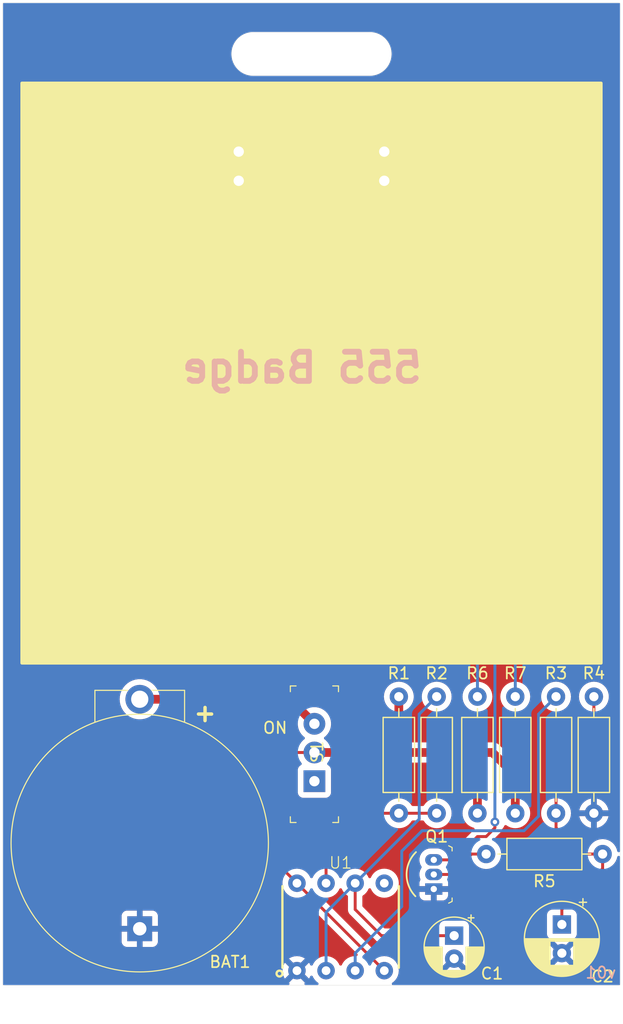
<source format=kicad_pcb>
(kicad_pcb (version 20221018) (generator pcbnew)
  (title_block (title "555 Badge") (date "2023-03-03") (rev "v01"))
  (layers (0 "F.Cu" signal) (31 "B.Cu" signal) (34 "B.Paste" user) (35 "F.Paste" user) (36 "B.SilkS" user "B.Silkscreen") (37 "F.SilkS" user "F.Silkscreen") (38 "B.Mask" user) (39 "F.Mask" user) (44 "Edge.Cuts" user))
  (net 0 "")
  (net 1 "GND")
  (net 2 "Net-(BAT1-PadPos)")
  (net 3 "Net-(U1-THRESH)")
  (net 4 "Net-(C2-Pad1)")
  (net 5 "Net-(D1-K)")
  (net 6 "Net-(D1-A)")
  (net 7 "Net-(D2-A)")
  (net 8 "Net-(Q1-B)")
  (net 9 "VCC")
  (net 10 "Net-(U1-DIS)")
  (net 11 "Net-(U1-OUT)")
  (footprint "LED_THT:LED_D3.0mm" (layer "F.Cu") (at 147.574 56.901 90)
    (fp_text reference "D1" (at 1.27 -2.96 90) (layer "F.SilkS"))
    (fp_text value "red")
    (fp_line (start -0.29 -1.236) (end -0.29 -1.08) (stroke (width 0.12)) (layer "F.SilkS"))
    (fp_line (start -0.29 1.08) (end -0.29 1.236) (stroke (width 0.12)) (layer "F.SilkS"))
    (fp_arc (start -0.29 -1.235516) (mid 1.366487 -1.987659) (end 2.942335 -1.078608) (stroke (width 0.12)) (layer "F.SilkS"))
    (fp_arc (start 0.229039 -1.08) (mid 1.270117 -1.5) (end 2.31113 -1.079837) (stroke (width 0.12)) (layer "F.SilkS"))
    (fp_arc (start 2.31113 1.079837) (mid 1.270117 1.5) (end 0.229039 1.08) (stroke (width 0.12)) (layer "F.SilkS"))
    (fp_arc (start 2.942335 1.078608) (mid 1.366487 1.987659) (end -0.29 1.235516) (stroke (width 0.12)) (layer "F.SilkS"))
    (pad "1" thru_hole rect (at 0 0 90) (size 1.8 1.8) (drill 0.9) (layers "*.Cu" "*.Mask") (net 5 "Net-(D1-K)"))
    (pad "2" thru_hole circle (at 2.54 0 90) (size 1.8 1.8) (drill 0.9) (layers "*.Cu" "*.Mask") (net 6 "Net-(D1-A)"))
  )
  (footprint "Resistor_THT:R_Axial_DIN0207_L6.3mm_D2.5mm_P10.16mm_Horizontal" (layer "F.Cu") (at 179.324 115.57 180)
    (fp_text reference "R5" (at 5.08 -2.37) (layer "F.SilkS"))
    (fp_text value "10k")
    (fp_line (start 1.04 0) (end 1.81 0) (stroke (width 0.12)) (layer "F.SilkS"))
    (fp_line (start 1.81 -1.37) (end 1.81 1.37) (stroke (width 0.12)) (layer "F.SilkS"))
    (fp_line (start 1.81 1.37) (end 8.35 1.37) (stroke (width 0.12)) (layer "F.SilkS"))
    (fp_line (start 8.35 -1.37) (end 1.81 -1.37) (stroke (width 0.12)) (layer "F.SilkS"))
    (fp_line (start 8.35 1.37) (end 8.35 -1.37) (stroke (width 0.12)) (layer "F.SilkS"))
    (fp_line (start 9.12 0) (end 8.35 0) (stroke (width 0.12)) (layer "F.SilkS"))
    (pad "1" thru_hole circle (at 0 0 180) (size 1.6 1.6) (drill 0.8) (layers "*.Cu" "*.Mask") (net 4 "Net-(C2-Pad1)"))
    (pad "2" thru_hole oval (at 10.16 0 180) (size 1.6 1.6) (drill 0.8) (layers "*.Cu" "*.Mask") (net 8 "Net-(Q1-B)"))
  )
  (footprint "Capacitor_THT:CP_Radial_D6.3mm_P2.50mm" (layer "F.Cu") (at 175.768 121.706 -90)
    (fp_text reference "C2" (at 4.532 -3.556 -180) (layer "F.SilkS"))
    (fp_text value "10uF")
    (fp_line (start -2.250241 -1.839) (end -1.620241 -1.839) (stroke (width 0.12)) (layer "F.SilkS"))
    (fp_line (start -1.935241 -2.154) (end -1.935241 -1.524) (stroke (width 0.12)) (layer "F.SilkS"))
    (fp_line (start 1.25 -3.23) (end 1.25 3.23) (stroke (width 0.12)) (layer "F.SilkS"))
    (fp_line (start 1.29 -3.23) (end 1.29 3.23) (stroke (width 0.12)) (layer "F.SilkS"))
    (fp_line (start 1.33 -3.23) (end 1.33 3.23) (stroke (width 0.12)) (layer "F.SilkS"))
    (fp_line (start 1.37 -3.228) (end 1.37 3.228) (stroke (width 0.12)) (layer "F.SilkS"))
    (fp_line (start 1.41 -3.227) (end 1.41 3.227) (stroke (width 0.12)) (layer "F.SilkS"))
    (fp_line (start 1.45 -3.224) (end 1.45 3.224) (stroke (width 0.12)) (layer "F.SilkS"))
    (fp_line (start 1.49 -3.222) (end 1.49 -1.04) (stroke (width 0.12)) (layer "F.SilkS"))
    (fp_line (start 1.49 1.04) (end 1.49 3.222) (stroke (width 0.12)) (layer "F.SilkS"))
    (fp_line (start 1.53 -3.218) (end 1.53 -1.04) (stroke (width 0.12)) (layer "F.SilkS"))
    (fp_line (start 1.53 1.04) (end 1.53 3.218) (stroke (width 0.12)) (layer "F.SilkS"))
    (fp_line (start 1.57 -3.215) (end 1.57 -1.04) (stroke (width 0.12)) (layer "F.SilkS"))
    (fp_line (start 1.57 1.04) (end 1.57 3.215) (stroke (width 0.12)) (layer "F.SilkS"))
    (fp_line (start 1.61 -3.211) (end 1.61 -1.04) (stroke (width 0.12)) (layer "F.SilkS"))
    (fp_line (start 1.61 1.04) (end 1.61 3.211) (stroke (width 0.12)) (layer "F.SilkS"))
    (fp_line (start 1.65 -3.206) (end 1.65 -1.04) (stroke (width 0.12)) (layer "F.SilkS"))
    (fp_line (start 1.65 1.04) (end 1.65 3.206) (stroke (width 0.12)) (layer "F.SilkS"))
    (fp_line (start 1.69 -3.201) (end 1.69 -1.04) (stroke (width 0.12)) (layer "F.SilkS"))
    (fp_line (start 1.69 1.04) (end 1.69 3.201) (stroke (width 0.12)) (layer "F.SilkS"))
    (fp_line (start 1.73 -3.195) (end 1.73 -1.04) (stroke (width 0.12)) (layer "F.SilkS"))
    (fp_line (start 1.73 1.04) (end 1.73 3.195) (stroke (width 0.12)) (layer "F.SilkS"))
    (fp_line (start 1.77 -3.189) (end 1.77 -1.04) (stroke (width 0.12)) (layer "F.SilkS"))
    (fp_line (start 1.77 1.04) (end 1.77 3.189) (stroke (width 0.12)) (layer "F.SilkS"))
    (fp_line (start 1.81 -3.182) (end 1.81 -1.04) (stroke (width 0.12)) (layer "F.SilkS"))
    (fp_line (start 1.81 1.04) (end 1.81 3.182) (stroke (width 0.12)) (layer "F.SilkS"))
    (fp_line (start 1.85 -3.175) (end 1.85 -1.04) (stroke (width 0.12)) (layer "F.SilkS"))
    (fp_line (start 1.85 1.04) (end 1.85 3.175) (stroke (width 0.12)) (layer "F.SilkS"))
    (fp_line (start 1.89 -3.167) (end 1.89 -1.04) (stroke (width 0.12)) (layer "F.SilkS"))
    (fp_line (start 1.89 1.04) (end 1.89 3.167) (stroke (width 0.12)) (layer "F.SilkS"))
    (fp_line (start 1.93 -3.159) (end 1.93 -1.04) (stroke (width 0.12)) (layer "F.SilkS"))
    (fp_line (start 1.93 1.04) (end 1.93 3.159) (stroke (width 0.12)) (layer "F.SilkS"))
    (fp_line (start 1.971 -3.15) (end 1.971 -1.04) (stroke (width 0.12)) (layer "F.SilkS"))
    (fp_line (start 1.971 1.04) (end 1.971 3.15) (stroke (width 0.12)) (layer "F.SilkS"))
    (fp_line (start 2.011 -3.141) (end 2.011 -1.04) (stroke (width 0.12)) (layer "F.SilkS"))
    (fp_line (start 2.011 1.04) (end 2.011 3.141) (stroke (width 0.12)) (layer "F.SilkS"))
    (fp_line (start 2.051 -3.131) (end 2.051 -1.04) (stroke (width 0.12)) (layer "F.SilkS"))
    (fp_line (start 2.051 1.04) (end 2.051 3.131) (stroke (width 0.12)) (layer "F.SilkS"))
    (fp_line (start 2.091 -3.121) (end 2.091 -1.04) (stroke (width 0.12)) (layer "F.SilkS"))
    (fp_line (start 2.091 1.04) (end 2.091 3.121) (stroke (width 0.12)) (layer "F.SilkS"))
    (fp_line (start 2.131 -3.11) (end 2.131 -1.04) (stroke (width 0.12)) (layer "F.SilkS"))
    (fp_line (start 2.131 1.04) (end 2.131 3.11) (stroke (width 0.12)) (layer "F.SilkS"))
    (fp_line (start 2.171 -3.098) (end 2.171 -1.04) (stroke (width 0.12)) (layer "F.SilkS"))
    (fp_line (start 2.171 1.04) (end 2.171 3.098) (stroke (width 0.12)) (layer "F.SilkS"))
    (fp_line (start 2.211 -3.086) (end 2.211 -1.04) (stroke (width 0.12)) (layer "F.SilkS"))
    (fp_line (start 2.211 1.04) (end 2.211 3.086) (stroke (width 0.12)) (layer "F.SilkS"))
    (fp_line (start 2.251 -3.074) (end 2.251 -1.04) (stroke (width 0.12)) (layer "F.SilkS"))
    (fp_line (start 2.251 1.04) (end 2.251 3.074) (stroke (width 0.12)) (layer "F.SilkS"))
    (fp_line (start 2.291 -3.061) (end 2.291 -1.04) (stroke (width 0.12)) (layer "F.SilkS"))
    (fp_line (start 2.291 1.04) (end 2.291 3.061) (stroke (width 0.12)) (layer "F.SilkS"))
    (fp_line (start 2.331 -3.047) (end 2.331 -1.04) (stroke (width 0.12)) (layer "F.SilkS"))
    (fp_line (start 2.331 1.04) (end 2.331 3.047) (stroke (width 0.12)) (layer "F.SilkS"))
    (fp_line (start 2.371 -3.033) (end 2.371 -1.04) (stroke (width 0.12)) (layer "F.SilkS"))
    (fp_line (start 2.371 1.04) (end 2.371 3.033) (stroke (width 0.12)) (layer "F.SilkS"))
    (fp_line (start 2.411 -3.018) (end 2.411 -1.04) (stroke (width 0.12)) (layer "F.SilkS"))
    (fp_line (start 2.411 1.04) (end 2.411 3.018) (stroke (width 0.12)) (layer "F.SilkS"))
    (fp_line (start 2.451 -3.002) (end 2.451 -1.04) (stroke (width 0.12)) (layer "F.SilkS"))
    (fp_line (start 2.451 1.04) (end 2.451 3.002) (stroke (width 0.12)) (layer "F.SilkS"))
    (fp_line (start 2.491 -2.986) (end 2.491 -1.04) (stroke (width 0.12)) (layer "F.SilkS"))
    (fp_line (start 2.491 1.04) (end 2.491 2.986) (stroke (width 0.12)) (layer "F.SilkS"))
    (fp_line (start 2.531 -2.97) (end 2.531 -1.04) (stroke (width 0.12)) (layer "F.SilkS"))
    (fp_line (start 2.531 1.04) (end 2.531 2.97) (stroke (width 0.12)) (layer "F.SilkS"))
    (fp_line (start 2.571 -2.952) (end 2.571 -1.04) (stroke (width 0.12)) (layer "F.SilkS"))
    (fp_line (start 2.571 1.04) (end 2.571 2.952) (stroke (width 0.12)) (layer "F.SilkS"))
    (fp_line (start 2.611 -2.934) (end 2.611 -1.04) (stroke (width 0.12)) (layer "F.SilkS"))
    (fp_line (start 2.611 1.04) (end 2.611 2.934) (stroke (width 0.12)) (layer "F.SilkS"))
    (fp_line (start 2.651 -2.916) (end 2.651 -1.04) (stroke (width 0.12)) (layer "F.SilkS"))
    (fp_line (start 2.651 1.04) (end 2.651 2.916) (stroke (width 0.12)) (layer "F.SilkS"))
    (fp_line (start 2.691 -2.896) (end 2.691 -1.04) (stroke (width 0.12)) (layer "F.SilkS"))
    (fp_line (start 2.691 1.04) (end 2.691 2.896) (stroke (width 0.12)) (layer "F.SilkS"))
    (fp_line (start 2.731 -2.876) (end 2.731 -1.04) (stroke (width 0.12)) (layer "F.SilkS"))
    (fp_line (start 2.731 1.04) (end 2.731 2.876) (stroke (width 0.12)) (layer "F.SilkS"))
    (fp_line (start 2.771 -2.856) (end 2.771 -1.04) (stroke (width 0.12)) (layer "F.SilkS"))
    (fp_line (start 2.771 1.04) (end 2.771 2.856) (stroke (width 0.12)) (layer "F.SilkS"))
    (fp_line (start 2.811 -2.834) (end 2.811 -1.04) (stroke (width 0.12)) (layer "F.SilkS"))
    (fp_line (start 2.811 1.04) (end 2.811 2.834) (stroke (width 0.12)) (layer "F.SilkS"))
    (fp_line (start 2.851 -2.812) (end 2.851 -1.04) (stroke (width 0.12)) (layer "F.SilkS"))
    (fp_line (start 2.851 1.04) (end 2.851 2.812) (stroke (width 0.12)) (layer "F.SilkS"))
    (fp_line (start 2.891 -2.79) (end 2.891 -1.04) (stroke (width 0.12)) (layer "F.SilkS"))
    (fp_line (start 2.891 1.04) (end 2.891 2.79) (stroke (width 0.12)) (layer "F.SilkS"))
    (fp_line (start 2.931 -2.766) (end 2.931 -1.04) (stroke (width 0.12)) (layer "F.SilkS"))
    (fp_line (start 2.931 1.04) (end 2.931 2.766) (stroke (width 0.12)) (layer "F.SilkS"))
    (fp_line (start 2.971 -2.742) (end 2.971 -1.04) (stroke (width 0.12)) (layer "F.SilkS"))
    (fp_line (start 2.971 1.04) (end 2.971 2.742) (stroke (width 0.12)) (layer "F.SilkS"))
    (fp_line (start 3.011 -2.716) (end 3.011 -1.04) (stroke (width 0.12)) (layer "F.SilkS"))
    (fp_line (start 3.011 1.04) (end 3.011 2.716) (stroke (width 0.12)) (layer "F.SilkS"))
    (fp_line (start 3.051 -2.69) (end 3.051 -1.04) (stroke (width 0.12)) (layer "F.SilkS"))
    (fp_line (start 3.051 1.04) (end 3.051 2.69) (stroke (width 0.12)) (layer "F.SilkS"))
    (fp_line (start 3.091 -2.664) (end 3.091 -1.04) (stroke (width 0.12)) (layer "F.SilkS"))
    (fp_line (start 3.091 1.04) (end 3.091 2.664) (stroke (width 0.12)) (layer "F.SilkS"))
    (fp_line (start 3.131 -2.636) (end 3.131 -1.04) (stroke (width 0.12)) (layer "F.SilkS"))
    (fp_line (start 3.131 1.04) (end 3.131 2.636) (stroke (width 0.12)) (layer "F.SilkS"))
    (fp_line (start 3.171 -2.607) (end 3.171 -1.04) (stroke (width 0.12)) (layer "F.SilkS"))
    (fp_line (start 3.171 1.04) (end 3.171 2.607) (stroke (width 0.12)) (layer "F.SilkS"))
    (fp_line (start 3.211 -2.578) (end 3.211 -1.04) (stroke (width 0.12)) (layer "F.SilkS"))
    (fp_line (start 3.211 1.04) (end 3.211 2.578) (stroke (width 0.12)) (layer "F.SilkS"))
    (fp_line (start 3.251 -2.548) (end 3.251 -1.04) (stroke (width 0.12)) (layer "F.SilkS"))
    (fp_line (start 3.251 1.04) (end 3.251 2.548) (stroke (width 0.12)) (layer "F.SilkS"))
    (fp_line (start 3.291 -2.516) (end 3.291 -1.04) (stroke (width 0.12)) (layer "F.SilkS"))
    (fp_line (start 3.291 1.04) (end 3.291 2.516) (stroke (width 0.12)) (layer "F.SilkS"))
    (fp_line (start 3.331 -2.484) (end 3.331 -1.04) (stroke (width 0.12)) (layer "F.SilkS"))
    (fp_line (start 3.331 1.04) (end 3.331 2.484) (stroke (width 0.12)) (layer "F.SilkS"))
    (fp_line (start 3.371 -2.45) (end 3.371 -1.04) (stroke (width 0.12)) (layer "F.SilkS"))
    (fp_line (start 3.371 1.04) (end 3.371 2.45) (stroke (width 0.12)) (layer "F.SilkS"))
    (fp_line (start 3.411 -2.416) (end 3.411 -1.04) (stroke (width 0.12)) (layer "F.SilkS"))
    (fp_line (start 3.411 1.04) (end 3.411 2.416) (stroke (width 0.12)) (layer "F.SilkS"))
    (fp_line (start 3.451 -2.38) (end 3.451 -1.04) (stroke (width 0.12)) (layer "F.SilkS"))
    (fp_line (start 3.451 1.04) (end 3.451 2.38) (stroke (width 0.12)) (layer "F.SilkS"))
    (fp_line (start 3.491 -2.343) (end 3.491 -1.04) (stroke (width 0.12)) (layer "F.SilkS"))
    (fp_line (start 3.491 1.04) (end 3.491 2.343) (stroke (width 0.12)) (layer "F.SilkS"))
    (fp_line (start 3.531 -2.305) (end 3.531 -1.04) (stroke (width 0.12)) (layer "F.SilkS"))
    (fp_line (start 3.531 1.04) (end 3.531 2.305) (stroke (width 0.12)) (layer "F.SilkS"))
    (fp_line (start 3.571 -2.265) (end 3.571 2.265) (stroke (width 0.12)) (layer "F.SilkS"))
    (fp_line (start 3.611 -2.224) (end 3.611 2.224) (stroke (width 0.12)) (layer "F.SilkS"))
    (fp_line (start 3.651 -2.182) (end 3.651 2.182) (stroke (width 0.12)) (layer "F.SilkS"))
    (fp_line (start 3.691 -2.137) (end 3.691 2.137) (stroke (width 0.12)) (layer "F.SilkS"))
    (fp_line (start 3.731 -2.092) (end 3.731 2.092) (stroke (width 0.12)) (layer "F.SilkS"))
    (fp_line (start 3.771 -2.044) (end 3.771 2.044) (stroke (width 0.12)) (layer "F.SilkS"))
    (fp_line (start 3.811 -1.995) (end 3.811 1.995) (stroke (width 0.12)) (layer "F.SilkS"))
    (fp_line (start 3.851 -1.944) (end 3.851 1.944) (stroke (width 0.12)) (layer "F.SilkS"))
    (fp_line (start 3.891 -1.89) (end 3.891 1.89) (stroke (width 0.12)) (layer "F.SilkS"))
    (fp_line (start 3.931 -1.834) (end 3.931 1.834) (stroke (width 0.12)) (layer "F.SilkS"))
    (fp_line (start 3.971 -1.776) (end 3.971 1.776) (stroke (width 0.12)) (layer "F.SilkS"))
    (fp_line (start 4.011 -1.714) (end 4.011 1.714) (stroke (width 0.12)) (layer "F.SilkS"))
    (fp_line (start 4.051 -1.65) (end 4.051 1.65) (stroke (width 0.12)) (layer "F.SilkS"))
    (fp_line (start 4.091 -1.581) (end 4.091 1.581) (stroke (width 0.12)) (layer "F.SilkS"))
    (fp_line (start 4.131 -1.509) (end 4.131 1.509) (stroke (width 0.12)) (layer "F.SilkS"))
    (fp_line (start 4.171 -1.432) (end 4.171 1.432) (stroke (width 0.12)) (layer "F.SilkS"))
    (fp_line (start 4.211 -1.35) (end 4.211 1.35) (stroke (width 0.12)) (layer "F.SilkS"))
    (fp_line (start 4.251 -1.262) (end 4.251 1.262) (stroke (width 0.12)) (layer "F.SilkS"))
    (fp_line (start 4.291 -1.165) (end 4.291 1.165) (stroke (width 0.12)) (layer "F.SilkS"))
    (fp_line (start 4.331 -1.059) (end 4.331 1.059) (stroke (width 0.12)) (layer "F.SilkS"))
    (fp_line (start 4.371 -0.94) (end 4.371 0.94) (stroke (width 0.12)) (layer "F.SilkS"))
    (fp_line (start 4.411 -0.802) (end 4.411 0.802) (stroke (width 0.12)) (layer "F.SilkS"))
    (fp_line (start 4.451 -0.633) (end 4.451 0.633) (stroke (width 0.12)) (layer "F.SilkS"))
    (fp_line (start 4.491 -0.402) (end 4.491 0.402) (stroke (width 0.12)) (layer "F.SilkS"))
    (fp_circle (center 1.25 0) (end 4.52 0) (stroke (width 0.12)) (fill none) (layer "F.SilkS"))
    (pad "1" thru_hole rect (at 0 0 270) (size 1.6 1.6) (drill 0.8) (layers "*.Cu" "*.Mask") (net 4 "Net-(C2-Pad1)"))
    (pad "2" thru_hole circle (at 2.5 0 270) (size 1.6 1.6) (drill 0.8) (layers "*.Cu" "*.Mask") (net 1 "GND"))
  )
  (footprint "Resistor_THT:R_Axial_DIN0207_L6.3mm_D2.5mm_P10.16mm_Horizontal" (layer "F.Cu") (at 178.562 101.854 -90)
    (fp_text reference "R4" (at -2.032 0 -180) (layer "F.SilkS"))
    (fp_text value "100k")
    (fp_line (start 1.04 0) (end 1.81 0) (stroke (width 0.12)) (layer "F.SilkS"))
    (fp_line (start 1.81 -1.37) (end 1.81 1.37) (stroke (width 0.12)) (layer "F.SilkS"))
    (fp_line (start 1.81 1.37) (end 8.35 1.37) (stroke (width 0.12)) (layer "F.SilkS"))
    (fp_line (start 8.35 -1.37) (end 1.81 -1.37) (stroke (width 0.12)) (layer "F.SilkS"))
    (fp_line (start 8.35 1.37) (end 8.35 -1.37) (stroke (width 0.12)) (layer "F.SilkS"))
    (fp_line (start 9.12 0) (end 8.35 0) (stroke (width 0.12)) (layer "F.SilkS"))
    (pad "1" thru_hole circle (at 0 0 270) (size 1.6 1.6) (drill 0.8) (layers "*.Cu" "*.Mask") (net 4 "Net-(C2-Pad1)"))
    (pad "2" thru_hole oval (at 10.16 0 270) (size 1.6 1.6) (drill 0.8) (layers "*.Cu" "*.Mask") (net 1 "GND"))
  )
  (footprint "Maurices_test_library:ICM7555-PDIP" (layer "F.Cu") (at 156.464 121.92)
    (fp_text reference "U1" (at 0 -5.588 unlocked) (layer "F.SilkS") (effects (font (thickness 0.1))))
    (fp_text value "~")
    (fp_line (start -5.08 3.556) (end -5.08 -3.556) (stroke (width 0.2032)) (layer "F.SilkS"))
    (fp_line (start 5.08 3.556) (end 5.08 -3.556) (stroke (width 0.2032)) (layer "F.SilkS"))
    (fp_circle (center -5.334 4.064) (end -5.08 4.064) (stroke (width 0.2032)) (fill none) (layer "F.SilkS"))
    (pad "1" thru_hole circle (at -3.81 3.81) (size 1.524 1.524) (drill 0.762) (layers "*.Cu" "*.Mask") (net 1 "GND"))
    (pad "2" thru_hole circle (at -1.27 3.81) (size 1.524 1.524) (drill 0.762) (layers "*.Cu" "*.Mask") (net 3 "Net-(U1-THRESH)"))
    (pad "3" thru_hole circle (at 1.27 3.81) (size 1.524 1.524) (drill 0.762) (layers "*.Cu" "*.Mask") (net 11 "Net-(U1-OUT)"))
    (pad "4" thru_hole circle (at 3.81 3.81) (size 1.524 1.524) (drill 0.762) (layers "*.Cu" "*.Mask") (net 9 "VCC"))
    (pad "5" thru_hole circle (at 3.81 -3.81) (size 1.524 1.524) (drill 0.762) (layers "*.Cu" "*.Mask"))
    (pad "6" thru_hole circle (at 1.27 -3.81) (size 1.524 1.524) (drill 0.762) (layers "*.Cu" "*.Mask") (net 3 "Net-(U1-THRESH)"))
    (pad "7" thru_hole circle (at -1.27 -3.81) (size 1.524 1.524) (drill 0.762) (layers "*.Cu" "*.Mask") (net 10 "Net-(U1-DIS)"))
    (pad "8" thru_hole circle (at -3.81 -3.81) (size 1.524 1.524) (drill 0.762) (layers "*.Cu" "*.Mask") (net 9 "VCC"))
  )
  (footprint "Resistor_THT:R_Axial_DIN0207_L6.3mm_D2.5mm_P10.16mm_Horizontal" (layer "F.Cu") (at 168.402 101.854 -90)
    (fp_text reference "R6" (at -2.032 0 -180) (layer "F.SilkS"))
    (fp_text value "100")
    (fp_line (start 1.04 0) (end 1.81 0) (stroke (width 0.12)) (layer "F.SilkS"))
    (fp_line (start 1.81 -1.37) (end 1.81 1.37) (stroke (width 0.12)) (layer "F.SilkS"))
    (fp_line (start 1.81 1.37) (end 8.35 1.37) (stroke (width 0.12)) (layer "F.SilkS"))
    (fp_line (start 8.35 -1.37) (end 1.81 -1.37) (stroke (width 0.12)) (layer "F.SilkS"))
    (fp_line (start 8.35 1.37) (end 8.35 -1.37) (stroke (width 0.12)) (layer "F.SilkS"))
    (fp_line (start 9.12 0) (end 8.35 0) (stroke (width 0.12)) (layer "F.SilkS"))
    (pad "1" thru_hole circle (at 0 0 270) (size 1.6 1.6) (drill 0.8) (layers "*.Cu" "*.Mask") (net 6 "Net-(D1-A)"))
    (pad "2" thru_hole oval (at 10.16 0 270) (size 1.6 1.6) (drill 0.8) (layers "*.Cu" "*.Mask") (net 9 "VCC"))
  )
  (footprint "Resistor_THT:R_Axial_DIN0207_L6.3mm_D2.5mm_P10.16mm_Horizontal" (layer "F.Cu") (at 161.544 101.854 -90)
    (fp_text reference "R1" (at -2.032 0 -180) (layer "F.SilkS"))
    (fp_text value "22k")
    (fp_line (start 1.04 0) (end 1.81 0) (stroke (width 0.12)) (layer "F.SilkS"))
    (fp_line (start 1.81 -1.37) (end 1.81 1.37) (stroke (width 0.12)) (layer "F.SilkS"))
    (fp_line (start 1.81 1.37) (end 8.35 1.37) (stroke (width 0.12)) (layer "F.SilkS"))
    (fp_line (start 8.35 -1.37) (end 1.81 -1.37) (stroke (width 0.12)) (layer "F.SilkS"))
    (fp_line (start 8.35 1.37) (end 8.35 -1.37) (stroke (width 0.12)) (layer "F.SilkS"))
    (fp_line (start 9.12 0) (end 8.35 0) (stroke (width 0.12)) (layer "F.SilkS"))
    (pad "1" thru_hole circle (at 0 0 270) (size 1.6 1.6) (drill 0.8) (layers "*.Cu" "*.Mask") (net 9 "VCC"))
    (pad "2" thru_hole oval (at 10.16 0 270) (size 1.6 1.6) (drill 0.8) (layers "*.Cu" "*.Mask") (net 10 "Net-(U1-DIS)"))
  )
  (footprint "digikey-footprints:Battery_Holder_Coin_2032_BS-7" (layer "F.Cu") (at 138.938 122.08 90)
    (fp_text reference "BAT1" (at -2.888 7.874 180) (layer "F.SilkS"))
    (fp_text value "BS-7")
    (fp_line (start 18.034 -3.9116) (end 20.7772 -3.9116) (stroke (width 0.1)) (layer "F.SilkS"))
    (fp_line (start 18.034 3.9116) (end 20.7772 3.9116) (stroke (width 0.1)) (layer "F.SilkS"))
    (fp_line (start 20.7772 -3.9116) (end 20.7772 -1.0668) (stroke (width 0.1)) (layer "F.SilkS"))
    (fp_line (start 20.7772 3.9116) (end 20.7772 1.0668) (stroke (width 0.1)) (layer "F.SilkS"))
    (fp_circle (center 7.4676 0) (end -3.7592 0) (stroke (width 0.1)) (fill none) (layer "F.SilkS"))
    (pad "Neg" thru_hole rect (at 0 0 90) (size 2.17 2.17) (drill 1.17) (layers "*.Cu" "*.Mask") (net 1 "GND"))
    (pad "Pos" thru_hole circle (at 20 0 90) (size 2.5 2.5) (drill 1.5) (layers "*.Cu" "*.Mask") (net 2 "Net-(BAT1-PadPos)"))
  )
  (footprint "Capacitor_THT:CP_Radial_D5.0mm_P2.00mm" (layer "F.Cu") (at 166.37 122.682 -90)
    (fp_text reference "C1" (at 3.302 -3.302 -180) (layer "F.SilkS"))
    (fp_text value "10uF")
    (fp_line (start -1.804775 -1.475) (end -1.304775 -1.475) (stroke (width 0.12)) (layer "F.SilkS"))
    (fp_line (start -1.554775 -1.725) (end -1.554775 -1.225) (stroke (width 0.12)) (layer "F.SilkS"))
    (fp_line (start 1 -2.58) (end 1 -1.04) (stroke (width 0.12)) (layer "F.SilkS"))
    (fp_line (start 1 1.04) (end 1 2.58) (stroke (width 0.12)) (layer "F.SilkS"))
    (fp_line (start 1.04 -2.58) (end 1.04 -1.04) (stroke (width 0.12)) (layer "F.SilkS"))
    (fp_line (start 1.04 1.04) (end 1.04 2.58) (stroke (width 0.12)) (layer "F.SilkS"))
    (fp_line (start 1.08 -2.579) (end 1.08 -1.04) (stroke (width 0.12)) (layer "F.SilkS"))
    (fp_line (start 1.08 1.04) (end 1.08 2.579) (stroke (width 0.12)) (layer "F.SilkS"))
    (fp_line (start 1.12 -2.578) (end 1.12 -1.04) (stroke (width 0.12)) (layer "F.SilkS"))
    (fp_line (start 1.12 1.04) (end 1.12 2.578) (stroke (width 0.12)) (layer "F.SilkS"))
    (fp_line (start 1.16 -2.576) (end 1.16 -1.04) (stroke (width 0.12)) (layer "F.SilkS"))
    (fp_line (start 1.16 1.04) (end 1.16 2.576) (stroke (width 0.12)) (layer "F.SilkS"))
    (fp_line (start 1.2 -2.573) (end 1.2 -1.04) (stroke (width 0.12)) (layer "F.SilkS"))
    (fp_line (start 1.2 1.04) (end 1.2 2.573) (stroke (width 0.12)) (layer "F.SilkS"))
    (fp_line (start 1.24 -2.569) (end 1.24 -1.04) (stroke (width 0.12)) (layer "F.SilkS"))
    (fp_line (start 1.24 1.04) (end 1.24 2.569) (stroke (width 0.12)) (layer "F.SilkS"))
    (fp_line (start 1.28 -2.565) (end 1.28 -1.04) (stroke (width 0.12)) (layer "F.SilkS"))
    (fp_line (start 1.28 1.04) (end 1.28 2.565) (stroke (width 0.12)) (layer "F.SilkS"))
    (fp_line (start 1.32 -2.561) (end 1.32 -1.04) (stroke (width 0.12)) (layer "F.SilkS"))
    (fp_line (start 1.32 1.04) (end 1.32 2.561) (stroke (width 0.12)) (layer "F.SilkS"))
    (fp_line (start 1.36 -2.556) (end 1.36 -1.04) (stroke (width 0.12)) (layer "F.SilkS"))
    (fp_line (start 1.36 1.04) (end 1.36 2.556) (stroke (width 0.12)) (layer "F.SilkS"))
    (fp_line (start 1.4 -2.55) (end 1.4 -1.04) (stroke (width 0.12)) (layer "F.SilkS"))
    (fp_line (start 1.4 1.04) (end 1.4 2.55) (stroke (width 0.12)) (layer "F.SilkS"))
    (fp_line (start 1.44 -2.543) (end 1.44 -1.04) (stroke (width 0.12)) (layer "F.SilkS"))
    (fp_line (start 1.44 1.04) (end 1.44 2.543) (stroke (width 0.12)) (layer "F.SilkS"))
    (fp_line (start 1.48 -2.536) (end 1.48 -1.04) (stroke (width 0.12)) (layer "F.SilkS"))
    (fp_line (start 1.48 1.04) (end 1.48 2.536) (stroke (width 0.12)) (layer "F.SilkS"))
    (fp_line (start 1.52 -2.528) (end 1.52 -1.04) (stroke (width 0.12)) (layer "F.SilkS"))
    (fp_line (start 1.52 1.04) (end 1.52 2.528) (stroke (width 0.12)) (layer "F.SilkS"))
    (fp_line (start 1.56 -2.52) (end 1.56 -1.04) (stroke (width 0.12)) (layer "F.SilkS"))
    (fp_line (start 1.56 1.04) (end 1.56 2.52) (stroke (width 0.12)) (layer "F.SilkS"))
    (fp_line (start 1.6 -2.511) (end 1.6 -1.04) (stroke (width 0.12)) (layer "F.SilkS"))
    (fp_line (start 1.6 1.04) (end 1.6 2.511) (stroke (width 0.12)) (layer "F.SilkS"))
    (fp_line (start 1.64 -2.501) (end 1.64 -1.04) (stroke (width 0.12)) (layer "F.SilkS"))
    (fp_line (start 1.64 1.04) (end 1.64 2.501) (stroke (width 0.12)) (layer "F.SilkS"))
    (fp_line (start 1.68 -2.491) (end 1.68 -1.04) (stroke (width 0.12)) (layer "F.SilkS"))
    (fp_line (start 1.68 1.04) (end 1.68 2.491) (stroke (width 0.12)) (layer "F.SilkS"))
    (fp_line (start 1.721 -2.48) (end 1.721 -1.04) (stroke (width 0.12)) (layer "F.SilkS"))
    (fp_line (start 1.721 1.04) (end 1.721 2.48) (stroke (width 0.12)) (layer "F.SilkS"))
    (fp_line (start 1.761 -2.468) (end 1.761 -1.04) (stroke (width 0.12)) (layer "F.SilkS"))
    (fp_line (start 1.761 1.04) (end 1.761 2.468) (stroke (width 0.12)) (layer "F.SilkS"))
    (fp_line (start 1.801 -2.455) (end 1.801 -1.04) (stroke (width 0.12)) (layer "F.SilkS"))
    (fp_line (start 1.801 1.04) (end 1.801 2.455) (stroke (width 0.12)) (layer "F.SilkS"))
    (fp_line (start 1.841 -2.442) (end 1.841 -1.04) (stroke (width 0.12)) (layer "F.SilkS"))
    (fp_line (start 1.841 1.04) (end 1.841 2.442) (stroke (width 0.12)) (layer "F.SilkS"))
    (fp_line (start 1.881 -2.428) (end 1.881 -1.04) (stroke (width 0.12)) (layer "F.SilkS"))
    (fp_line (start 1.881 1.04) (end 1.881 2.428) (stroke (width 0.12)) (layer "F.SilkS"))
    (fp_line (start 1.921 -2.414) (end 1.921 -1.04) (stroke (width 0.12)) (layer "F.SilkS"))
    (fp_line (start 1.921 1.04) (end 1.921 2.414) (stroke (width 0.12)) (layer "F.SilkS"))
    (fp_line (start 1.961 -2.398) (end 1.961 -1.04) (stroke (width 0.12)) (layer "F.SilkS"))
    (fp_line (start 1.961 1.04) (end 1.961 2.398) (stroke (width 0.12)) (layer "F.SilkS"))
    (fp_line (start 2.001 -2.382) (end 2.001 -1.04) (stroke (width 0.12)) (layer "F.SilkS"))
    (fp_line (start 2.001 1.04) (end 2.001 2.382) (stroke (width 0.12)) (layer "F.SilkS"))
    (fp_line (start 2.041 -2.365) (end 2.041 -1.04) (stroke (width 0.12)) (layer "F.SilkS"))
    (fp_line (start 2.041 1.04) (end 2.041 2.365) (stroke (width 0.12)) (layer "F.SilkS"))
    (fp_line (start 2.081 -2.348) (end 2.081 -1.04) (stroke (width 0.12)) (layer "F.SilkS"))
    (fp_line (start 2.081 1.04) (end 2.081 2.348) (stroke (width 0.12)) (layer "F.SilkS"))
    (fp_line (start 2.121 -2.329) (end 2.121 -1.04) (stroke (width 0.12)) (layer "F.SilkS"))
    (fp_line (start 2.121 1.04) (end 2.121 2.329) (stroke (width 0.12)) (layer "F.SilkS"))
    (fp_line (start 2.161 -2.31) (end 2.161 -1.04) (stroke (width 0.12)) (layer "F.SilkS"))
    (fp_line (start 2.161 1.04) (end 2.161 2.31) (stroke (width 0.12)) (layer "F.SilkS"))
    (fp_line (start 2.201 -2.29) (end 2.201 -1.04) (stroke (width 0.12)) (layer "F.SilkS"))
    (fp_line (start 2.201 1.04) (end 2.201 2.29) (stroke (width 0.12)) (layer "F.SilkS"))
    (fp_line (start 2.241 -2.268) (end 2.241 -1.04) (stroke (width 0.12)) (layer "F.SilkS"))
    (fp_line (start 2.241 1.04) (end 2.241 2.268) (stroke (width 0.12)) (layer "F.SilkS"))
    (fp_line (start 2.281 -2.247) (end 2.281 -1.04) (stroke (width 0.12)) (layer "F.SilkS"))
    (fp_line (start 2.281 1.04) (end 2.281 2.247) (stroke (width 0.12)) (layer "F.SilkS"))
    (fp_line (start 2.321 -2.224) (end 2.321 -1.04) (stroke (width 0.12)) (layer "F.SilkS"))
    (fp_line (start 2.321 1.04) (end 2.321 2.224) (stroke (width 0.12)) (layer "F.SilkS"))
    (fp_line (start 2.361 -2.2) (end 2.361 -1.04) (stroke (width 0.12)) (layer "F.SilkS"))
    (fp_line (start 2.361 1.04) (end 2.361 2.2) (stroke (width 0.12)) (layer "F.SilkS"))
    (fp_line (start 2.401 -2.175) (end 2.401 -1.04) (stroke (width 0.12)) (layer "F.SilkS"))
    (fp_line (start 2.401 1.04) (end 2.401 2.175) (stroke (width 0.12)) (layer "F.SilkS"))
    (fp_line (start 2.441 -2.149) (end 2.441 -1.04) (stroke (width 0.12)) (layer "F.SilkS"))
    (fp_line (start 2.441 1.04) (end 2.441 2.149) (stroke (width 0.12)) (layer "F.SilkS"))
    (fp_line (start 2.481 -2.122) (end 2.481 -1.04) (stroke (width 0.12)) (layer "F.SilkS"))
    (fp_line (start 2.481 1.04) (end 2.481 2.122) (stroke (width 0.12)) (layer "F.SilkS"))
    (fp_line (start 2.521 -2.095) (end 2.521 -1.04) (stroke (width 0.12)) (layer "F.SilkS"))
    (fp_line (start 2.521 1.04) (end 2.521 2.095) (stroke (width 0.12)) (layer "F.SilkS"))
    (fp_line (start 2.561 -2.065) (end 2.561 -1.04) (stroke (width 0.12)) (layer "F.SilkS"))
    (fp_line (start 2.561 1.04) (end 2.561 2.065) (stroke (width 0.12)) (layer "F.SilkS"))
    (fp_line (start 2.601 -2.035) (end 2.601 -1.04) (stroke (width 0.12)) (layer "F.SilkS"))
    (fp_line (start 2.601 1.04) (end 2.601 2.035) (stroke (width 0.12)) (layer "F.SilkS"))
    (fp_line (start 2.641 -2.004) (end 2.641 -1.04) (stroke (width 0.12)) (layer "F.SilkS"))
    (fp_line (start 2.641 1.04) (end 2.641 2.004) (stroke (width 0.12)) (layer "F.SilkS"))
    (fp_line (start 2.681 -1.971) (end 2.681 -1.04) (stroke (width 0.12)) (layer "F.SilkS"))
    (fp_line (start 2.681 1.04) (end 2.681 1.971) (stroke (width 0.12)) (layer "F.SilkS"))
    (fp_line (start 2.721 -1.937) (end 2.721 -1.04) (stroke (width 0.12)) (layer "F.SilkS"))
    (fp_line (start 2.721 1.04) (end 2.721 1.937) (stroke (width 0.12)) (layer "F.SilkS"))
    (fp_line (start 2.761 -1.901) (end 2.761 -1.04) (stroke (width 0.12)) (layer "F.SilkS"))
    (fp_line (start 2.761 1.04) (end 2.761 1.901) (stroke (width 0.12)) (layer "F.SilkS"))
    (fp_line (start 2.801 -1.864) (end 2.801 -1.04) (stroke (width 0.12)) (layer "F.SilkS"))
    (fp_line (start 2.801 1.04) (end 2.801 1.864) (stroke (width 0.12)) (layer "F.SilkS"))
    (fp_line (start 2.841 -1.826) (end 2.841 -1.04) (stroke (width 0.12)) (layer "F.SilkS"))
    (fp_line (start 2.841 1.04) (end 2.841 1.826) (stroke (width 0.12)) (layer "F.SilkS"))
    (fp_line (start 2.881 -1.785) (end 2.881 -1.04) (stroke (width 0.12)) (layer "F.SilkS"))
    (fp_line (start 2.881 1.04) (end 2.881 1.785) (stroke (width 0.12)) (layer "F.SilkS"))
    (fp_line (start 2.921 -1.743) (end 2.921 -1.04) (stroke (width 0.12)) (layer "F.SilkS"))
    (fp_line (start 2.921 1.04) (end 2.921 1.743) (stroke (width 0.12)) (layer "F.SilkS"))
    (fp_line (start 2.961 -1.699) (end 2.961 -1.04) (stroke (width 0.12)) (layer "F.SilkS"))
    (fp_line (start 2.961 1.04) (end 2.961 1.699) (stroke (width 0.12)) (layer "F.SilkS"))
    (fp_line (start 3.001 -1.653) (end 3.001 -1.04) (stroke (width 0.12)) (layer "F.SilkS"))
    (fp_line (start 3.001 1.04) (end 3.001 1.653) (stroke (width 0.12)) (layer "F.SilkS"))
    (fp_line (start 3.041 -1.605) (end 3.041 1.605) (stroke (width 0.12)) (layer "F.SilkS"))
    (fp_line (start 3.081 -1.554) (end 3.081 1.554) (stroke (width 0.12)) (layer "F.SilkS"))
    (fp_line (start 3.121 -1.5) (end 3.121 1.5) (stroke (width 0.12)) (layer "F.SilkS"))
    (fp_line (start 3.161 -1.443) (end 3.161 1.443) (stroke (width 0.12)) (layer "F.SilkS"))
    (fp_line (start 3.201 -1.383) (end 3.201 1.383) (stroke (width 0.12)) (layer "F.SilkS"))
    (fp_line (start 3.241 -1.319) (end 3.241 1.319) (stroke (width 0.12)) (layer "F.SilkS"))
    (fp_line (start 3.281 -1.251) (end 3.281 1.251) (stroke (width 0.12)) (layer "F.SilkS"))
    (fp_line (start 3.321 -1.178) (end 3.321 1.178) (stroke (width 0.12)) (layer "F.SilkS"))
    (fp_line (start 3.361 -1.098) (end 3.361 1.098) (stroke (width 0.12)) (layer "F.SilkS"))
    (fp_line (start 3.401 -1.011) (end 3.401 1.011) (stroke (width 0.12)) (layer "F.SilkS"))
    (fp_line (start 3.441 -0.915) (end 3.441 0.915) (stroke (width 0.12)) (layer "F.SilkS"))
    (fp_line (start 3.481 -0.805) (end 3.481 0.805) (stroke (width 0.12)) (layer "F.SilkS"))
    (fp_line (start 3.521 -0.677) (end 3.521 0.677) (stroke (width 0.12)) (layer "F.SilkS"))
    (fp_line (start 3.561 -0.518) (end 3.561 0.518) (stroke (width 0.12)) (layer "F.SilkS"))
    (fp_line (start 3.601 -0.284) (end 3.601 0.284) (stroke (width 0.12)) (layer "F.SilkS"))
    (fp_circle (center 1 0) (end 3.62 0) (stroke (width 0.12)) (fill none) (layer "F.SilkS"))
    (pad "1" thru_hole rect (at 0 0 270) (size 1.6 1.6) (drill 0.8) (layers "*.Cu" "*.Mask") (net 3 "Net-(U1-THRESH)"))
    (pad "2" thru_hole circle (at 2 0 270) (size 1.6 1.6) (drill 0.8) (layers "*.Cu" "*.Mask") (net 1 "GND"))
  )
  (footprint "Resistor_THT:R_Axial_DIN0207_L6.3mm_D2.5mm_P10.16mm_Horizontal" (layer "F.Cu") (at 175.26 101.854 -90)
    (fp_text reference "R3" (at -2.032 0 -180) (layer "F.SilkS"))
    (fp_text value "22k")
    (fp_line (start 1.04 0) (end 1.81 0) (stroke (width 0.12)) (layer "F.SilkS"))
    (fp_line (start 1.81 -1.37) (end 1.81 1.37) (stroke (width 0.12)) (layer "F.SilkS"))
    (fp_line (start 1.81 1.37) (end 8.35 1.37) (stroke (width 0.12)) (layer "F.SilkS"))
    (fp_line (start 8.35 -1.37) (end 1.81 -1.37) (stroke (width 0.12)) (layer "F.SilkS"))
    (fp_line (start 8.35 1.37) (end 8.35 -1.37) (stroke (width 0.12)) (layer "F.SilkS"))
    (fp_line (start 9.12 0) (end 8.35 0) (stroke (width 0.12)) (layer "F.SilkS"))
    (pad "1" thru_hole circle (at 0 0 270) (size 1.6 1.6) (drill 0.8) (layers "*.Cu" "*.Mask") (net 11 "Net-(U1-OUT)"))
    (pad "2" thru_hole oval (at 10.16 0 270) (size 1.6 1.6) (drill 0.8) (layers "*.Cu" "*.Mask") (net 4 "Net-(C2-Pad1)"))
  )
  (footprint "digikey-footprints:Switch_Slide_11.6x4mm_EG1218" (layer "F.Cu") (at 154.178 109.22 90)
    (fp_text reference "S1" (at 2.54 0.254 90) (layer "F.SilkS"))
    (fp_text value "EG1218")
    (fp_line (start -3.6 -2.1) (end -3.6 -1.6) (stroke (width 0.1)) (layer "F.SilkS"))
    (fp_line (start -3.6 -2.1) (end -3.1 -2.1) (stroke (width 0.1)) (layer "F.SilkS"))
    (fp_line (start -3.6 2.1) (end -3.6 1.6) (stroke (width 0.1)) (layer "F.SilkS"))
    (fp_line (start -3.6 2.1) (end -3.1 2.1) (stroke (width 0.1)) (layer "F.SilkS"))
    (fp_line (start 8.3 -2.1) (end 7.8 -2.1) (stroke (width 0.1)) (layer "F.SilkS"))
    (fp_line (start 8.3 -2.1) (end 8.3 -1.6) (stroke (width 0.1)) (layer "F.SilkS"))
    (fp_line (start 8.3 2.1) (end 7.8 2.1) (stroke (width 0.1)) (layer "F.SilkS"))
    (fp_line (start 8.3 2.1) (end 8.3 1.6) (stroke (width 0.1)) (layer "F.SilkS"))
    (pad "1" thru_hole rect (at 0 0 90) (size 1.9 1.9) (drill 0.9) (layers "*.Cu" "*.Mask"))
    (pad "2" thru_hole circle (at 2.5 0 90) (size 1.9 1.9) (drill 0.9) (layers "*.Cu" "*.Mask") (net 9 "VCC"))
    (pad "3" thru_hole circle (at 5 0 90) (size 1.9 1.9) (drill 0.9) (layers "*.Cu" "*.Mask") (net 2 "Net-(BAT1-PadPos)"))
  )
  (footprint "Resistor_THT:R_Axial_DIN0207_L6.3mm_D2.5mm_P10.16mm_Horizontal" (layer "F.Cu") (at 171.704 101.854 -90)
    (fp_text reference "R7" (at -2.032 0 -180) (layer "F.SilkS"))
    (fp_text value "100")
    (fp_line (start 1.04 0) (end 1.81 0) (stroke (width 0.12)) (layer "F.SilkS"))
    (fp_line (start 1.81 -1.37) (end 1.81 1.37) (stroke (width 0.12)) (layer "F.SilkS"))
    (fp_line (start 1.81 1.37) (end 8.35 1.37) (stroke (width 0.12)) (layer "F.SilkS"))
    (fp_line (start 8.35 -1.37) (end 1.81 -1.37) (stroke (width 0.12)) (layer "F.SilkS"))
    (fp_line (start 8.35 1.37) (end 8.35 -1.37) (stroke (width 0.12)) (layer "F.SilkS"))
    (fp_line (start 9.12 0) (end 8.35 0) (stroke (width 0.12)) (layer "F.SilkS"))
    (pad "1" thru_hole circle (at 0 0 270) (size 1.6 1.6) (drill 0.8) (layers "*.Cu" "*.Mask") (net 7 "Net-(D2-A)"))
    (pad "2" thru_hole oval (at 10.16 0 270) (size 1.6 1.6) (drill 0.8) (layers "*.Cu" "*.Mask") (net 9 "VCC"))
  )
  (footprint "digikey-footprints:TO-92-3" (layer "F.Cu") (at 164.592 118.618 90)
    (fp_text reference "Q1" (at 4.572 0.254 180) (layer "F.SilkS"))
    (fp_text value "2N3904")
    (fp_line (start -1.08 1.6) (end -1.23 1.3) (stroke (width 0.1)) (layer "F.SilkS"))
    (fp_line (start -0.78 1.6) (end -1.08 1.6) (stroke (width 0.1)) (layer "F.SilkS"))
    (fp_line (start 3.62 1.6) (end 3.32 1.6) (stroke (width 0.1)) (layer "F.SilkS"))
    (fp_line (start 3.62 1.6) (end 3.77 1.3) (stroke (width 0.1)) (layer "F.SilkS"))
    (fp_arc (start -0.63 -1.6) (mid 1.305355 -2.372361) (end 3.22 -1.55) (stroke (width 0.15)) (layer "F.SilkS"))
    (pad "1" thru_hole rect (at 0 0 270) (size 1 1.5) (drill 0.55) (layers "*.Cu" "*.Mask") (net 1 "GND"))
    (pad "2" thru_hole oval (at 1.27 0 270) (size 1 1.5) (drill 0.55) (layers "*.Cu" "*.Mask") (net 8 "Net-(Q1-B)"))
    (pad "3" thru_hole oval (at 2.54 0 270) (size 1 1.5) (drill 0.55) (layers "*.Cu" "*.Mask") (net 5 "Net-(D1-K)"))
  )
  (footprint "LED_THT:LED_D3.0mm" (layer "F.Cu") (at 160.274 56.901 90)
    (fp_text reference "D2" (at 1.27 -2.96 90) (layer "F.SilkS"))
    (fp_text value "red")
    (fp_line (start -0.29 -1.236) (end -0.29 -1.08) (stroke (width 0.12)) (layer "F.SilkS"))
    (fp_line (start -0.29 1.08) (end -0.29 1.236) (stroke (width 0.12)) (layer "F.SilkS"))
    (fp_arc (start -0.29 -1.235516) (mid 1.366487 -1.987659) (end 2.942335 -1.078608) (stroke (width 0.12)) (layer "F.SilkS"))
    (fp_arc (start 0.229039 -1.08) (mid 1.270117 -1.5) (end 2.31113 -1.079837) (stroke (width 0.12)) (layer "F.SilkS"))
    (fp_arc (start 2.31113 1.079837) (mid 1.270117 1.5) (end 0.229039 1.08) (stroke (width 0.12)) (layer "F.SilkS"))
    (fp_arc (start 2.942335 1.078608) (mid 1.366487 1.987659) (end -0.29 1.235516) (stroke (width 0.12)) (layer "F.SilkS"))
    (pad "1" thru_hole rect (at 0 0 90) (size 1.8 1.8) (drill 0.9) (layers "*.Cu" "*.Mask") (net 5 "Net-(D1-K)"))
    (pad "2" thru_hole circle (at 2.54 0 90) (size 1.8 1.8) (drill 0.9) (layers "*.Cu" "*.Mask") (net 7 "Net-(D2-A)"))
  )
  (footprint "Resistor_THT:R_Axial_DIN0207_L6.3mm_D2.5mm_P10.16mm_Horizontal" (layer "F.Cu") (at 164.846 112.014 90)
    (fp_text reference "R2" (at 12.192 0 180) (layer "F.SilkS"))
    (fp_text value "330k")
    (fp_line (start 1.04 0) (end 1.81 0) (stroke (width 0.12)) (layer "F.SilkS"))
    (fp_line (start 1.81 -1.37) (end 1.81 1.37) (stroke (width 0.12)) (layer "F.SilkS"))
    (fp_line (start 1.81 1.37) (end 8.35 1.37) (stroke (width 0.12)) (layer "F.SilkS"))
    (fp_line (start 8.35 -1.37) (end 1.81 -1.37) (stroke (width 0.12)) (layer "F.SilkS"))
    (fp_line (start 8.35 1.37) (end 8.35 -1.37) (stroke (width 0.12)) (layer "F.SilkS"))
    (fp_line (start 9.12 0) (end 8.35 0) (stroke (width 0.12)) (layer "F.SilkS"))
    (pad "1" thru_hole circle (at 0 0 90) (size 1.6 1.6) (drill 0.8) (layers "*.Cu" "*.Mask") (net 10 "Net-(U1-DIS)"))
    (pad "2" thru_hole oval (at 10.16 0 90) (size 1.6 1.6) (drill 0.8) (layers "*.Cu" "*.Mask") (net 3 "Net-(U1-THRESH)"))
  )
  (gr_arc (start 148.844 47.752) (mid 146.939 45.847) (end 148.844 43.942) (stroke (width 0.0254)) (layer "Edge.Cuts"))
  (gr_line (start 127 127) (end 127 41.402) (stroke (width 0.0254)) (layer "Edge.Cuts"))
  (gr_line (start 180.848 127) (end 127 127) (stroke (width 0.0254)) (layer "Edge.Cuts"))
  (gr_line (start 148.844 43.942) (end 159.004 43.942) (stroke (width 0.0254)) (layer "Edge.Cuts"))
  (gr_line (start 180.848 41.402) (end 180.848 127) (stroke (width 0.0254)) (layer "Edge.Cuts"))
  (gr_line (start 127 41.402) (end 180.848 41.402) (stroke (width 0.0254)) (layer "Edge.Cuts"))
  (gr_arc (start 159.004 43.942) (mid 160.909 45.847) (end 159.004 47.752) (stroke (width 0.0254)) (layer "Edge.Cuts"))
  (gr_line (start 148.844 47.752) (end 159.004 47.752) (stroke (width 0.0254)) (layer "Edge.Cuts"))
  (gr_text "v01" (at 180.594 126.492) (layer "B.SilkS") (effects (font (size 1 1)) (justify left bottom mirror)))
  (gr_text "555 Badge" (at 163.83 74.676) (layer "B.SilkS") (effects (font (size 2.54 2.54) (thickness 0.508) bold) (justify left bottom mirror)))
  (gr_text "+" (at 143.51 104.14) (layer "F.SilkS") (effects (font (size 1.5 1.5) (thickness 0.3) bold) (justify left bottom)))
  (gr_text "ON" (at 149.606 105.156) (layer "F.SilkS") (effects (font (size 1 1)) (justify left bottom)))
  (segment (start 152.038 102.08) (end 154.178 104.22) (width 0.762) (layer "F.Cu") (net 2))
  (segment (start 138.938 102.08) (end 152.038 102.08) (width 0.762) (layer "F.Cu") (net 2))
  (segment (start 157.734 120.396) (end 160.02 122.682) (width 0.254) (layer "F.Cu") (net 3))
  (segment (start 157.734 118.11) (end 157.734 120.396) (width 0.254) (layer "F.Cu") (net 3))
  (segment (start 160.02 122.682) (end 166.37 122.682) (width 0.254) (layer "F.Cu") (net 3))
  (segment (start 163.322 103.378) (end 164.846 101.854) (width 0.254) (layer "B.Cu") (net 3))
  (segment (start 157.734 118.11) (end 163.322 112.522) (width 0.254) (layer "B.Cu") (net 3))
  (segment (start 163.322 112.522) (end 163.322 103.378) (width 0.254) (layer "B.Cu") (net 3))
  (segment (start 155.194 125.73) (end 155.194 120.65) (width 0.254) (layer "B.Cu") (net 3))
  (segment (start 155.194 120.65) (end 157.734 118.11) (width 0.254) (layer "B.Cu") (net 3))
  (segment (start 177.546 115.57) (end 175.26 113.284) (width 0.254) (layer "F.Cu") (net 4))
  (segment (start 175.26 113.284) (end 175.26 112.014) (width 0.254) (layer "F.Cu") (net 4))
  (segment (start 179.324 115.57) (end 177.546 115.57) (width 0.254) (layer "F.Cu") (net 4))
  (segment (start 175.26 107.696) (end 178.562 104.394) (width 0.254) (layer "F.Cu") (net 4))
  (segment (start 175.26 112.014) (end 175.26 107.696) (width 0.254) (layer "F.Cu") (net 4))
  (segment (start 175.768 121.706) (end 175.768 120.396) (width 0.254) (layer "F.Cu") (net 4))
  (segment (start 179.324 116.84) (end 179.324 115.57) (width 0.254) (layer "F.Cu") (net 4))
  (segment (start 178.562 104.394) (end 178.562 101.854) (width 0.254) (layer "F.Cu") (net 4))
  (segment (start 175.768 120.396) (end 179.324 116.84) (width 0.254) (layer "F.Cu") (net 4))
  (segment (start 169.926 113.284) (end 169.926 112.776) (width 0.254) (layer "F.Cu") (net 5))
  (segment (start 169.164 114.046) (end 169.926 113.284) (width 0.254) (layer "F.Cu") (net 5))
  (segment (start 168.402 114.046) (end 169.164 114.046) (width 0.254) (layer "F.Cu") (net 5))
  (segment (start 166.37 116.078) (end 168.402 114.046) (width 0.254) (layer "F.Cu") (net 5))
  (segment (start 164.592 116.078) (end 166.37 116.078) (width 0.254) (layer "F.Cu") (net 5))
  (via (at 169.926 112.776) (size 0.762) (drill 0.381) (layers "F.Cu" "B.Cu") (net 5))
  (segment (start 163.576 56.896) (end 163.571 56.901) (width 0.254) (layer "B.Cu") (net 5))
  (segment (start 160.274 56.901) (end 147.574 56.901) (width 0.254) (layer "B.Cu") (net 5))
  (segment (start 169.926 63.246) (end 163.576 56.896) (width 0.254) (layer "B.Cu") (net 5))
  (segment (start 163.571 56.901) (end 160.274 56.901) (width 0.254) (layer "B.Cu") (net 5))
  (segment (start 169.926 112.776) (end 169.926 63.246) (width 0.254) (layer "B.Cu") (net 5))
  (segment (start 144.526 57.404) (end 144.526 55.118) (width 0.254) (layer "B.Cu") (net 6))
  (segment (start 145.796 58.674) (end 144.526 57.404) (width 0.254) (layer "B.Cu") (net 6))
  (segment (start 168.402 101.854) (end 168.402 64.77) (width 0.254) (layer "B.Cu") (net 6))
  (segment (start 145.293 54.361) (end 147.574 54.361) (width 0.254) (layer "B.Cu") (net 6))
  (segment (start 168.402 64.77) (end 162.306 58.674) (width 0.254) (layer "B.Cu") (net 6))
  (segment (start 145.288 54.356) (end 145.293 54.361) (width 0.254) (layer "B.Cu") (net 6))
  (segment (start 162.306 58.674) (end 145.796 58.674) (width 0.254) (layer "B.Cu") (net 6))
  (segment (start 144.526 55.118) (end 145.288 54.356) (width 0.254) (layer "B.Cu") (net 6))
  (segment (start 171.704 61.468) (end 164.592 54.356) (width 0.254) (layer "B.Cu") (net 7))
  (segment (start 171.704 101.854) (end 171.704 61.468) (width 0.254) (layer "B.Cu") (net 7))
  (segment (start 164.587 54.361) (end 160.274 54.361) (width 0.254) (layer "B.Cu") (net 7))
  (segment (start 164.592 54.356) (end 164.587 54.361) (width 0.254) (layer "B.Cu") (net 7))
  (segment (start 166.116 117.348) (end 167.894 115.57) (width 0.254) (layer "F.Cu") (net 8))
  (segment (start 167.894 115.57) (end 169.164 115.57) (width 0.254) (layer "F.Cu") (net 8))
  (segment (start 164.338 117.348) (end 166.116 117.348) (width 0.254) (layer "F.Cu") (net 8))
  (segment (start 154.178 106.72) (end 161.544 106.72) (width 0.762) (layer "F.Cu") (net 9))
  (segment (start 161.544 106.72) (end 168.402 106.72) (width 0.762) (layer "F.Cu") (net 9))
  (segment (start 151.638 117.094) (end 151.638 107.696) (width 0.254) (layer "F.Cu") (net 9))
  (segment (start 171.704 108.712) (end 171.704 112.014) (width 0.762) (layer "F.Cu") (net 9))
  (segment (start 151.638 107.696) (end 152.614 106.72) (width 0.254) (layer "F.Cu") (net 9))
  (segment (start 169.712 106.72) (end 171.704 108.712) (width 0.762) (layer "F.Cu") (net 9))
  (segment (start 168.402 106.72) (end 169.712 106.72) (width 0.762) (layer "F.Cu") (net 9))
  (segment (start 168.402 106.72) (end 168.402 112.014) (width 0.762) (layer "F.Cu") (net 9))
  (segment (start 152.654 118.11) (end 160.274 125.73) (width 0.254) (layer "F.Cu") (net 9))
  (segment (start 152.614 106.72) (end 154.178 106.72) (width 0.254) (layer "F.Cu") (net 9))
  (segment (start 152.654 118.11) (end 151.638 117.094) (width 0.254) (layer "F.Cu") (net 9))
  (segment (start 161.544 106.72) (end 161.544 101.854) (width 0.762) (layer "F.Cu") (net 9))
  (segment (start 155.194 118.11) (end 155.194 116.332) (width 0.254) (layer "F.Cu") (net 10))
  (segment (start 155.194 116.332) (end 159.512 112.014) (width 0.254) (layer "F.Cu") (net 10))
  (segment (start 159.512 112.014) (end 161.544 112.014) (width 0.254) (layer "F.Cu") (net 10))
  (segment (start 161.544 112.014) (end 164.846 112.014) (width 0.254) (layer "F.Cu") (net 10))
  (segment (start 161.798 115.316) (end 163.576 113.538) (width 0.254) (layer "B.Cu") (net 11))
  (segment (start 163.576 113.538) (end 172.466 113.538) (width 0.254) (layer "B.Cu") (net 11))
  (segment (start 157.734 125.73) (end 157.734 124.206) (width 0.254) (layer "B.Cu") (net 11))
  (segment (start 157.734 124.206) (end 161.798 120.142) (width 0.254) (layer "B.Cu") (net 11))
  (segment (start 173.736 103.378) (end 175.26 101.854) (width 0.254) (layer "B.Cu") (net 11))
  (segment (start 172.466 113.538) (end 173.736 112.268) (width 0.254) (layer "B.Cu") (net 11))
  (segment (start 161.798 120.142) (end 161.798 115.316) (width 0.254) (layer "B.Cu") (net 11))
  (segment (start 173.736 112.268) (end 173.736 103.378) (width 0.254) (layer "B.Cu") (net 11))
  (zone (net 1) (net_name "GND") (layer "F.Cu") (connect_pads (clearance 0.5)) (min_thickness 0.25) (fill yes (thermal_gap 0.5) (thermal_bridge_width 0.5))
    (polygon (pts (xy 126.746 127.254) (xy 126.746 41.148) (xy 181.102 41.148) (xy 181.102 127.254)))
  )
  (zone (net 1) (net_name "GND") (layer "B.Cu") (priority 1) (connect_pads (clearance 0.5)) (min_thickness 0.25) (fill yes (thermal_gap 0.5) (thermal_bridge_width 0.5))
    (polygon (pts (xy 126.746 127.254) (xy 126.746 41.148) (xy 181.102 41.148) (xy 181.102 127.254)))
  )
  (zone (net 0) (net_name "") (layer "F.SilkS") (connect_pads (clearance 0.5)) (min_thickness 0.25) (fill yes (thermal_gap 0.5) (thermal_bridge_width 0.5))
    (polygon (pts (xy 128.524 48.26) (xy 179.324 48.26) (xy 179.324 99.06) (xy 128.524 99.06)))
  )
)
</source>
